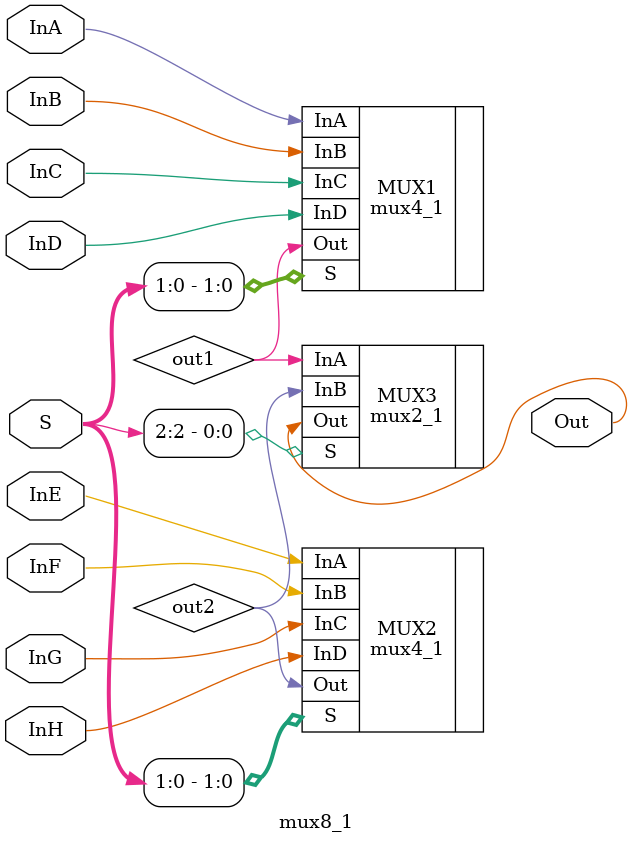
<source format=v>
module mux8_1 (InA, InB, InC, InD, InE, InF, InG, InH, S, Out);
  // --- Inputs and Outputs
  input InA, InB, InC, InD, InE, InF, InG, InH;
  input [2:0] S;
  output Out;

  // --- Wires ---
  wire out1, out2;

  // --- Code ---
  mux4_1 MUX1 (.InA(InA), .InB(InB), .InC(InC), .InD(InD), .S(S[1:0]), .Out(out1));
  mux4_1 MUX2 (.InA(InE), .InB(InF), .InC(InG), .InD(InH), .S(S[1:0]), .Out(out2));

  mux2_1 MUX3 (.InA(out1), .InB(out2), .S(S[2]), .Out(Out));
endmodule
</source>
